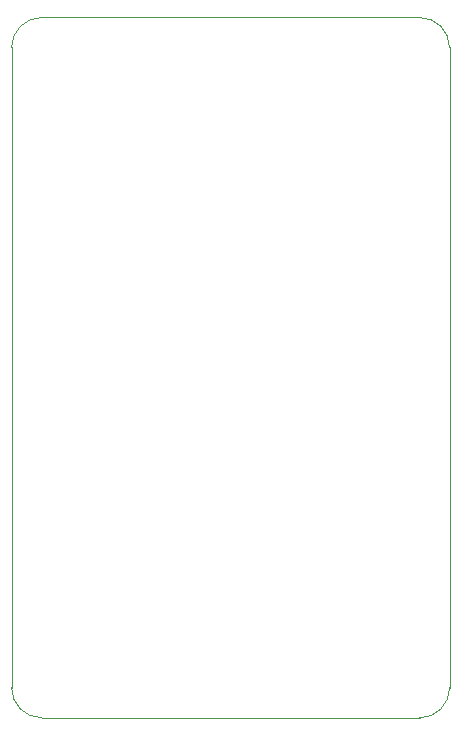
<source format=gm1>
G04 #@! TF.GenerationSoftware,KiCad,Pcbnew,(6.0.10)*
G04 #@! TF.CreationDate,2023-05-29T16:45:33+02:00*
G04 #@! TF.ProjectId,BlinkStickAdvanced,426c696e-6b53-4746-9963-6b416476616e,1.0*
G04 #@! TF.SameCoordinates,Original*
G04 #@! TF.FileFunction,Profile,NP*
%FSLAX46Y46*%
G04 Gerber Fmt 4.6, Leading zero omitted, Abs format (unit mm)*
G04 Created by KiCad (PCBNEW (6.0.10)) date 2023-05-29 16:45:33*
%MOMM*%
%LPD*%
G01*
G04 APERTURE LIST*
G04 #@! TA.AperFunction,Profile*
%ADD10C,0.100000*%
G04 #@! TD*
G04 APERTURE END LIST*
D10*
X73158000Y-93442350D02*
G75*
G03*
X75698000Y-90902349I0J2540000D01*
G01*
X73158000Y-34144051D02*
X41154000Y-34144051D01*
X75698049Y-36684051D02*
G75*
G03*
X73158000Y-34144051I-2540049J-49D01*
G01*
X75698000Y-36684051D02*
X75698000Y-90902349D01*
X38614000Y-90895000D02*
X38614000Y-36684051D01*
X41154000Y-34144050D02*
G75*
G03*
X38614000Y-36684051I0J-2540000D01*
G01*
X38614000Y-90895000D02*
G75*
G03*
X41154000Y-93435000I2540000J0D01*
G01*
X73158000Y-93442349D02*
X41154000Y-93435000D01*
M02*

</source>
